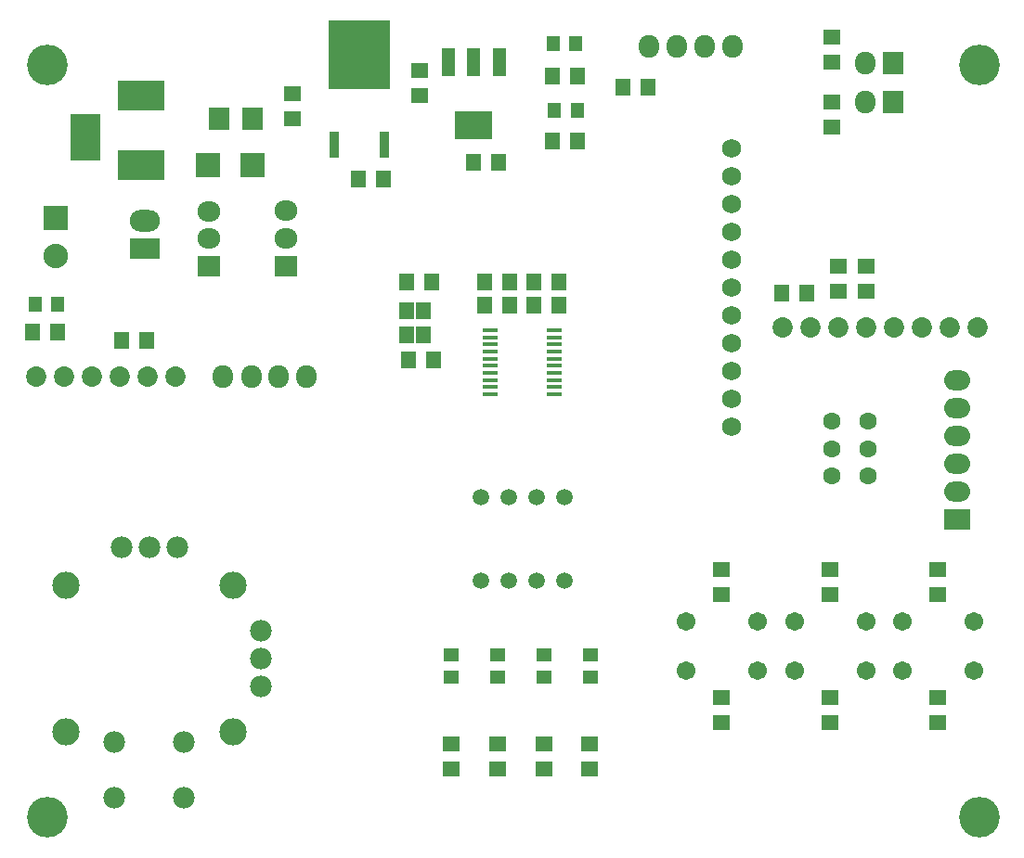
<source format=gts>
G04*
G04 #@! TF.GenerationSoftware,Altium Limited,Altium Designer,18.1.6 (161)*
G04*
G04 Layer_Color=8388736*
%FSTAX24Y24*%
%MOIN*%
G70*
G01*
G75*
%ADD25R,0.0580X0.0140*%
%ADD27R,0.0370X0.0980*%
%ADD28R,0.2190X0.2480*%
%ADD34R,0.0630X0.0580*%
%ADD35R,0.0580X0.0630*%
%ADD36R,0.0533X0.0631*%
%ADD37R,0.0513X0.0552*%
%ADD38R,0.0552X0.0513*%
%ADD39R,0.0749X0.0789*%
%ADD40R,0.0474X0.1025*%
%ADD41R,0.1379X0.1025*%
%ADD42R,0.0867X0.0867*%
%ADD43C,0.0671*%
%ADD44C,0.0592*%
%ADD45O,0.0930X0.0730*%
%ADD46R,0.0930X0.0730*%
%ADD47C,0.0631*%
%ADD48O,0.0730X0.0830*%
%ADD49R,0.0730X0.0830*%
%ADD50R,0.1080X0.0780*%
%ADD51O,0.1080X0.0780*%
%ADD52C,0.0730*%
%ADD53R,0.0830X0.0730*%
%ADD54O,0.0830X0.0730*%
%ADD55C,0.0680*%
%ADD56C,0.0880*%
%ADD57R,0.0880X0.0880*%
%ADD58R,0.1080X0.1680*%
%ADD59R,0.1680X0.1080*%
%ADD60C,0.0780*%
%ADD61C,0.0980*%
%ADD62C,0.1460*%
D25*
X0272Y038802D02*
D03*
X0272Y038546D02*
D03*
X0272Y03829D02*
D03*
X0272Y038034D02*
D03*
X0272Y037778D02*
D03*
Y037522D02*
D03*
Y037266D02*
D03*
Y03701D02*
D03*
Y036754D02*
D03*
Y036498D02*
D03*
X0295D02*
D03*
Y036754D02*
D03*
Y03701D02*
D03*
Y037266D02*
D03*
Y037522D02*
D03*
X0295Y037778D02*
D03*
X0295Y038034D02*
D03*
X0295Y03829D02*
D03*
X0295Y038546D02*
D03*
X0295Y038802D02*
D03*
D27*
X0216Y045485D02*
D03*
X0234D02*
D03*
D28*
X0225Y048695D02*
D03*
D34*
X043262Y02561D02*
D03*
Y02471D02*
D03*
X039395Y02561D02*
D03*
Y02471D02*
D03*
X035495D02*
D03*
Y02561D02*
D03*
X03945Y0461D02*
D03*
Y047D02*
D03*
Y04935D02*
D03*
Y04845D02*
D03*
X02465Y04725D02*
D03*
Y04815D02*
D03*
X027442Y02395D02*
D03*
Y02305D02*
D03*
X02578Y02395D02*
D03*
Y02305D02*
D03*
X0201Y0473D02*
D03*
Y0464D02*
D03*
X035495Y0293D02*
D03*
Y0302D02*
D03*
X029104Y02305D02*
D03*
Y02395D02*
D03*
X030767Y02305D02*
D03*
Y02395D02*
D03*
X039395Y0293D02*
D03*
Y0302D02*
D03*
X043262Y0293D02*
D03*
Y0302D02*
D03*
X0397Y0402D02*
D03*
Y0411D02*
D03*
X0407Y0402D02*
D03*
Y0411D02*
D03*
D35*
X02515Y03775D02*
D03*
X02425D02*
D03*
X0242Y04055D02*
D03*
X0251D02*
D03*
X027874Y0397D02*
D03*
X026974D02*
D03*
X027874Y04055D02*
D03*
X026974D02*
D03*
X02965Y0397D02*
D03*
X02875D02*
D03*
X02965Y04055D02*
D03*
X02875D02*
D03*
X03033Y047947D02*
D03*
X02943D02*
D03*
X0266Y04485D02*
D03*
X0275D02*
D03*
X01485Y03845D02*
D03*
X01395D02*
D03*
X01075Y03875D02*
D03*
X01165D02*
D03*
X02245Y04425D02*
D03*
X02335D02*
D03*
X03285Y04755D02*
D03*
X03195D02*
D03*
X02942Y0456D02*
D03*
X03032D02*
D03*
X03765Y04015D02*
D03*
X03855D02*
D03*
D36*
X02417Y039516D02*
D03*
Y03865D02*
D03*
X0248D02*
D03*
Y039516D02*
D03*
D37*
X029437Y0491D02*
D03*
X030263D02*
D03*
X011663Y03975D02*
D03*
X010837D02*
D03*
X030313Y0467D02*
D03*
X029487D02*
D03*
D38*
X030787Y02715D02*
D03*
Y026323D02*
D03*
X029124Y02715D02*
D03*
Y026323D02*
D03*
X0258Y02715D02*
D03*
Y026323D02*
D03*
X027462Y02715D02*
D03*
Y026323D02*
D03*
D39*
X018637Y0464D02*
D03*
X017437D02*
D03*
D40*
X027506Y048442D02*
D03*
X0266D02*
D03*
X025694D02*
D03*
D41*
X0266Y046158D02*
D03*
D42*
X018637Y04475D02*
D03*
X017063D02*
D03*
D43*
X03422Y028336D02*
D03*
Y026564D02*
D03*
X03678Y028336D02*
D03*
Y026564D02*
D03*
X03812Y028336D02*
D03*
Y026564D02*
D03*
X04068Y028336D02*
D03*
Y026564D02*
D03*
X044546D02*
D03*
Y028336D02*
D03*
X041987Y026564D02*
D03*
Y028336D02*
D03*
D44*
X02885Y0298D02*
D03*
X02785D02*
D03*
X02685D02*
D03*
X02985D02*
D03*
Y0328D02*
D03*
X02885D02*
D03*
X02785D02*
D03*
X02685D02*
D03*
D45*
X04395Y036D02*
D03*
Y033D02*
D03*
Y034D02*
D03*
Y035D02*
D03*
Y037D02*
D03*
D46*
Y032D02*
D03*
D47*
X04075Y033566D02*
D03*
Y03455D02*
D03*
Y035534D02*
D03*
X03945Y033566D02*
D03*
Y03455D02*
D03*
Y035534D02*
D03*
D48*
X04065Y047D02*
D03*
X04064Y0484D02*
D03*
X03289Y049D02*
D03*
X0339D02*
D03*
X03488D02*
D03*
X03589D02*
D03*
X0206Y03712D02*
D03*
X01959D02*
D03*
X01861D02*
D03*
X0176D02*
D03*
D49*
X04166Y047D02*
D03*
X04165Y0484D02*
D03*
D50*
X0148Y04175D02*
D03*
D51*
Y04275D02*
D03*
D52*
X010884Y03712D02*
D03*
X011884D02*
D03*
X012884D02*
D03*
X013884D02*
D03*
X014884D02*
D03*
X015884D02*
D03*
X0377Y0389D02*
D03*
X0387D02*
D03*
X0397D02*
D03*
X0407D02*
D03*
X0417D02*
D03*
X0427D02*
D03*
X0437D02*
D03*
X0447D02*
D03*
D53*
X01985Y0411D02*
D03*
X0171Y04109D02*
D03*
D54*
X01985Y04211D02*
D03*
Y04309D02*
D03*
X0171Y0421D02*
D03*
Y04308D02*
D03*
D55*
X03585Y04535D02*
D03*
Y04435D02*
D03*
Y04335D02*
D03*
Y04235D02*
D03*
Y04135D02*
D03*
Y04035D02*
D03*
Y03935D02*
D03*
Y03835D02*
D03*
Y03735D02*
D03*
Y03635D02*
D03*
Y03535D02*
D03*
D56*
X0116Y041472D02*
D03*
D57*
Y04285D02*
D03*
D58*
X01265Y04575D02*
D03*
D59*
X01465Y04725D02*
D03*
Y04475D02*
D03*
D60*
X01895Y028D02*
D03*
Y027D02*
D03*
Y026D02*
D03*
X01395Y031D02*
D03*
X01495D02*
D03*
X01595D02*
D03*
X0137Y024D02*
D03*
X0162D02*
D03*
X0137Y022D02*
D03*
X0162D02*
D03*
D61*
X01195Y024375D02*
D03*
Y029625D02*
D03*
X01795D02*
D03*
Y024375D02*
D03*
D62*
X0113Y0213D02*
D03*
X04475D02*
D03*
Y04835D02*
D03*
X0113D02*
D03*
M02*

</source>
